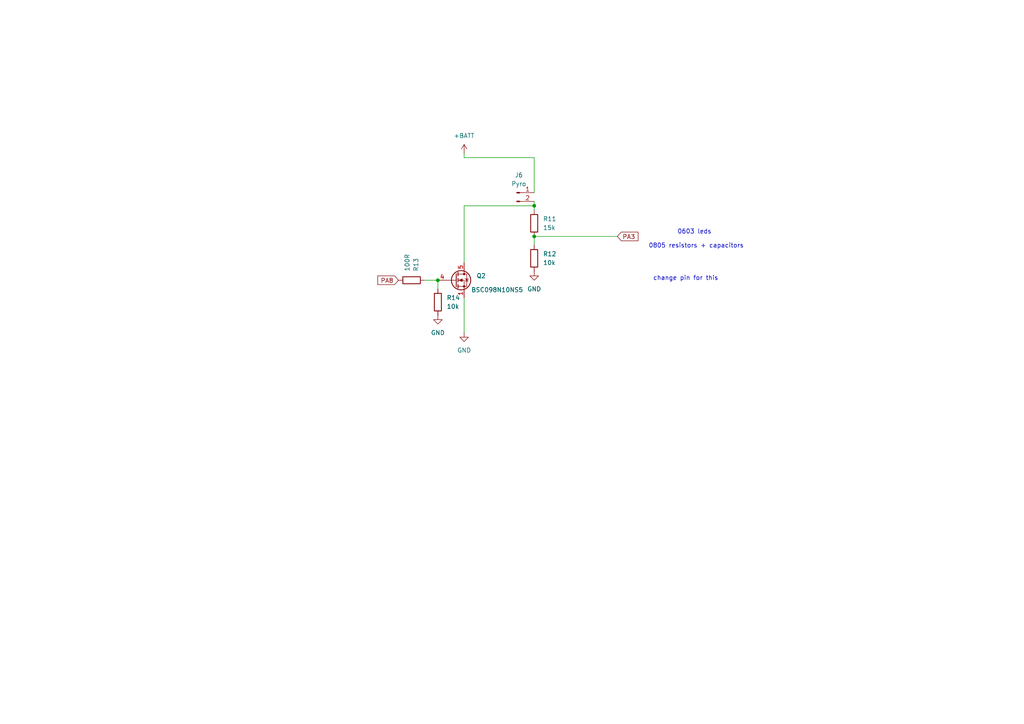
<source format=kicad_sch>
(kicad_sch (version 20250114) (generator "eeschema") (generator_version "9.0")
  (paper "A4")
  (lib_symbols
    (symbol "Connector:Conn_01x02_Pin" (pin_names (offset 1.016) (hide yes))
      (property "Reference" "J" (at 0 2.54 0))
      (property "Value" "Conn_01x02_Pin" (at 0 -5.08 0))
      (symbol "Conn_01x02_Pin_1_1"
        (rectangle (start 0.8636 0.127) (end 0 -0.127) (stroke (width 0.1524)) (fill (type outline)))
        (rectangle (start 0.8636 -2.413) (end 0 -2.667) (stroke (width 0.1524)) (fill (type outline)))
        (polyline (pts (xy 1.27 0) (xy 0.8636 0)) (stroke (width 0.1524)))
        (polyline (pts (xy 1.27 -2.54) (xy 0.8636 -2.54)) (stroke (width 0.1524)))
        (pin passive line (at 5.08 0 180) (length 3.81) (name "Pin_1") (number "1"))
        (pin passive line (at 5.08 -2.54 180) (length 3.81) (name "Pin_2") (number "2"))
      )
    )
    (symbol "Device:R" (pin_numbers (hide yes)) (pin_names (offset 0))
      (property "Reference" "R" (at 2.032 0 90))
      (property "Value" "R" (at 0 0 90))
      (symbol "R_0_1"
        (rectangle (start -1.016 -2.54) (end 1.016 2.54) (stroke (width 0.254)))
      )
      (symbol "R_1_1"
        (pin passive line (at 0 3.81 270) (length 1.27) (name "~") (number "1"))
        (pin passive line (at 0 -3.81 90) (length 1.27) (name "~") (number "2"))
      )
    )
    (symbol "Transistor_FET:BSC098N10NS5" (pin_names (hide yes))
      (property "Reference" "Q" (at 5.08 1.905 0))
      (property "Value" "BSC098N10NS5" (at 5.08 0 0))
      (symbol "BSC098N10NS5_0_1"
        (polyline (pts (xy 0.254 1.905) (xy 0.254 -1.905)) (stroke (width 0.254)))
        (polyline (pts (xy 0.254 0) (xy -2.54 0)))
        (polyline (pts (xy 0.762 2.286) (xy 0.762 1.27)) (stroke (width 0.254)))
        (polyline (pts (xy 0.762 0.508) (xy 0.762 -0.508)) (stroke (width 0.254)))
        (polyline (pts (xy 0.762 -1.27) (xy 0.762 -2.286)) (stroke (width 0.254)))
        (polyline (pts (xy 0.762 -1.778) (xy 3.302 -1.778) (xy 3.302 1.778) (xy 0.762 1.778)))
        (polyline (pts (xy 1.016 0) (xy 2.032 0.381) (xy 2.032 -0.381) (xy 1.016 0)) (fill (type outline)))
        (circle (center 1.651 0) (radius 2.794) (stroke (width 0.254)))
        (polyline (pts (xy 2.54 2.54) (xy 2.54 1.778)))
        (circle (center 2.54 1.778) (radius 0.254) (fill (type outline)))
        (circle (center 2.54 -1.778) (radius 0.254) (fill (type outline)))
        (polyline (pts (xy 2.54 -2.54) (xy 2.54 0) (xy 0.762 0)))
        (polyline (pts (xy 2.794 0.508) (xy 2.921 0.381) (xy 3.683 0.381) (xy 3.81 0.254)))
        (polyline (pts (xy 3.302 0.381) (xy 2.921 -0.254) (xy 3.683 -0.254) (xy 3.302 0.381)))
      )
      (symbol "BSC098N10NS5_1_1"
        (pin passive line (at -5.08 0 0) (length 2.54) (name "G") (number "4"))
        (pin passive line (at 2.54 5.08 270) (length 2.54) (name "D") (number "5"))
        (pin passive line (at 2.54 -5.08 90) (length 2.54) (name "S") (number "1"))
        (pin passive line (at 2.54 -5.08 90) (length 2.54) (hide yes) (name "S") (number "2"))
        (pin passive line (at 2.54 -5.08 90) (length 2.54) (hide yes) (name "S") (number "3"))
      )
    )
    (symbol "power:+BATT" (power) (pin_numbers (hide yes)) (pin_names (offset 0) (hide yes))
      (property "Value" "+BATT" (at 0 3.556 0))
      (symbol "+BATT_0_1"
        (polyline (pts (xy -0.762 1.27) (xy 0 2.54)))
        (polyline (pts (xy 0 2.54) (xy 0.762 1.27)))
        (polyline (pts (xy 0 0) (xy 0 2.54)))
      )
      (symbol "+BATT_1_1"
        (pin power_in line (at 0 0 90) (length 0) (name "~") (number "1"))
      )
    )
    (symbol "power:GND" (power) (pin_numbers (hide yes)) (pin_names (offset 0) (hide yes))
      (property "Value" "GND" (at 0 -3.81 0))
      (symbol "GND_0_1"
        (polyline (pts (xy 0 0) (xy 0 -1.27) (xy 1.27 -1.27) (xy 0 -2.54) (xy -1.27 -1.27) (xy 0 -1.27)))
      )
      (symbol "GND_1_1"
        (pin power_in line (at 0 0 270) (length 0) (name "~") (number "1"))
      )
    )
  )
  (text "0603 leds\n" (at 201.422 67.31 0) (effects (font (size 1.27 1.27))))
  (text "change pin for this" (at 198.882 80.772 0) (effects (font (size 1.27 1.27))))
  (text "0805 resistors + capacitors\n" (at 201.93 71.374 0) (effects (font (size 1.27 1.27))))
  (junction (at 154.94 59.69))
  (junction (at 154.94 68.58))
  (junction (at 127 81.28))
  (wire (pts (xy 154.94 68.58) (xy 154.94 71.12)))
  (wire (pts (xy 134.62 59.69) (xy 134.62 76.2)))
  (wire (pts (xy 154.94 59.69) (xy 154.94 58.42)))
  (wire (pts (xy 134.62 45.72) (xy 154.94 45.72)))
  (wire (pts (xy 154.94 68.58) (xy 179.07 68.58)))
  (wire (pts (xy 154.94 59.69) (xy 154.94 60.96)))
  (wire (pts (xy 134.62 45.72) (xy 134.62 44.45)))
  (wire (pts (xy 154.94 45.72) (xy 154.94 55.88)))
  (wire (pts (xy 127 81.28) (xy 127 83.82)))
  (wire (pts (xy 123.19 81.28) (xy 127 81.28)))
  (wire (pts (xy 134.62 86.36) (xy 134.62 96.52)))
  (wire (pts (xy 134.62 59.69) (xy 154.94 59.69)))
  (global_label "PA3" (shape input) (at 179.07 68.58 0) (property "Intersheetrefs" "${INTERSHEET_REFS}" (effects (hide yes))))
  (global_label "PA8" (shape input) (at 115.57 81.28 180) (property "Intersheetrefs" "${INTERSHEET_REFS}" (effects (hide yes))))
  (symbol (lib_id "Device:R") (at 154.94 74.93 0) (unit 1)
    (property "Reference" "R12" (at 157.48 73.6599 0) (effects (justify left)))
    (property "Value" "10k" (at 157.48 76.1999 0) (effects (justify left)))
    (property "Footprint" "Resistor_SMD:R_0805_2012Metric" (effects (hide yes)))
    (property "Description" "Resistor" (effects (hide yes)))
  )
  (symbol (lib_id "power:+BATT") (at 134.62 44.45 0) (unit 1)
    (property "Reference" "#PWR07" (effects (hide yes)))
    (property "Value" "+BATT" (at 134.62 39.37 0))
    (property "Description" "Power symbol creates a global label with name \"+BATT\"" (effects (hide yes)))
  )
  (symbol (lib_id "Connector:Conn_01x02_Pin") (at 149.86 55.88 0) (unit 1)
    (property "Reference" "J6" (at 150.495 50.8 0))
    (property "Value" "Pyro" (at 150.495 53.34 0))
    (property "Footprint" "Connector_Molex:Molex_KK-254_AE-6410-02A_1x02_P2.54mm_Vertical" (effects (hide yes)))
    (property "Description" "Generic connector, single row, 01x02, script generated" (effects (hide yes)))
  )
  (symbol (lib_id "Device:R") (at 154.94 64.77 0) (unit 1)
    (property "Reference" "R11" (at 157.48 63.4999 0) (effects (justify left)))
    (property "Value" "15k" (at 157.48 66.0399 0) (effects (justify left)))
    (property "Footprint" "Resistor_SMD:R_0805_2012Metric" (effects (hide yes)))
    (property "Description" "Resistor" (effects (hide yes)))
  )
  (symbol (lib_id "power:GND") (at 127 91.44 0) (unit 1)
    (property "Reference" "#PWR0102" (effects (hide yes)))
    (property "Value" "GND" (at 127 96.52 0))
    (property "Description" "Power symbol creates a global label with name \"GND\" , ground" (effects (hide yes)))
  )
  (symbol (lib_id "Device:R") (at 127 87.63 0) (unit 1)
    (property "Reference" "R14" (at 129.54 86.3599 0) (effects (justify left)))
    (property "Value" "10k" (at 129.54 88.8999 0) (effects (justify left)))
    (property "Footprint" "Resistor_SMD:R_0805_2012Metric" (effects (hide yes)))
    (property "Description" "Resistor" (effects (hide yes)))
  )
  (symbol (lib_id "power:GND") (at 134.62 96.52 0) (unit 1)
    (property "Reference" "#PWR02" (effects (hide yes)))
    (property "Value" "GND" (at 134.62 101.6 0))
    (property "Description" "Power symbol creates a global label with name \"GND\" , ground" (effects (hide yes)))
  )
  (symbol (lib_id "Device:R") (at 119.38 81.28 270) (mirror x) (unit 1)
    (property "Reference" "R13" (at 120.6501 78.74 0) (effects (justify left)))
    (property "Value" "100R" (at 118.1101 78.74 0) (effects (justify left)))
    (property "Footprint" "Resistor_SMD:R_0805_2012Metric" (effects (hide yes)))
    (property "Description" "Resistor" (effects (hide yes)))
  )
  (symbol (lib_id "power:GND") (at 154.94 78.74 0) (unit 1)
    (property "Reference" "#PWR0103" (effects (hide yes)))
    (property "Value" "GND" (at 154.94 83.82 0))
    (property "Description" "Power symbol creates a global label with name \"GND\" , ground" (effects (hide yes)))
  )
  (symbol (lib_id "Transistor_FET:BSC098N10NS5") (at 132.08 81.28 0) (unit 1)
    (property "Reference" "Q2" (at 138.176 80.01 0) (effects (justify left)))
    (property "Value" "BSC098N10NS5" (at 136.652 84.074 0) (effects (justify left)))
    (property "Footprint" "Package_TO_SOT_SMD:SOT-23-5" (effects (hide yes)))
    (property "Datasheet" "http://www.infineon.com/dgdl/Infineon-BSC098N10NS5-DS-v02_00-EN.pdf?fileId=5546d4624ad04ef9014ae95ab4221bfd" (effects (hide yes)))
    (property "Description" "60A Id, 100V Vds, OptiMOS N-Channel Power MOSFET, 9.8mOhm Ron, Qg (typ) 22.0nC, PG-TDSON-8" (effects (hide yes)))
  )
)
</source>
